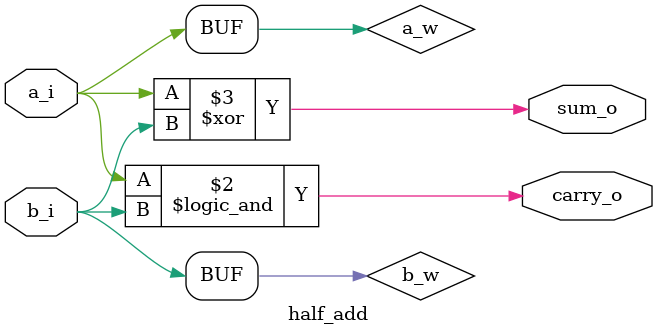
<source format=sv>
module half_add
  (input [0:0] a_i
  ,input [0:0] b_i
  ,output reg [0:0] carry_o
  ,output reg [0:0] sum_o);

   // Implement a Half-Adder Module (half_add). You must use behavioral verilog.
   // 
   // Your code here:
   logic [0:0] a_w, b_w;
   always_comb begin
   a_w = a_i;
   b_w = b_i;
   carry_o = (a_w && b_w);
   sum_o = (a_w ^ b_w);
   end

endmodule

</source>
